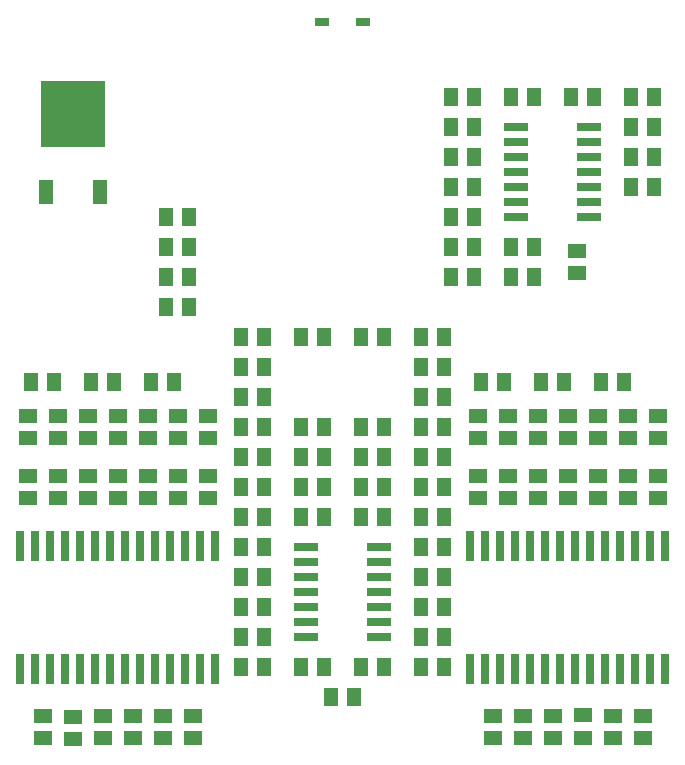
<source format=gbr>
G04 EAGLE Gerber RS-274X export*
G75*
%MOMM*%
%FSLAX34Y34*%
%LPD*%
%INSolderpaste Top*%
%IPPOS*%
%AMOC8*
5,1,8,0,0,1.08239X$1,22.5*%
G01*
%ADD10R,1.300000X1.500000*%
%ADD11R,1.500000X1.300000*%
%ADD12R,1.200000X0.750000*%
%ADD13R,1.300000X2.150000*%
%ADD14R,5.500000X5.700000*%
%ADD15R,2.032000X0.660400*%
%ADD16R,0.635000X2.540000*%


D10*
X28600Y533400D03*
X47600Y533400D03*
D11*
X50800Y435000D03*
X50800Y454000D03*
X76200Y454000D03*
X76200Y435000D03*
D10*
X98400Y533400D03*
X79400Y533400D03*
X206400Y571500D03*
X225400Y571500D03*
D11*
X101600Y435000D03*
X101600Y454000D03*
X127000Y435000D03*
X127000Y454000D03*
X177800Y504800D03*
X177800Y485800D03*
X152400Y485800D03*
X152400Y504800D03*
D10*
X257200Y469900D03*
X276200Y469900D03*
X206400Y520700D03*
X225400Y520700D03*
D11*
X76200Y485800D03*
X76200Y504800D03*
X495300Y251410D03*
X495300Y232410D03*
D10*
X377800Y520700D03*
X358800Y520700D03*
X327000Y495300D03*
X308000Y495300D03*
D11*
X406400Y454000D03*
X406400Y435000D03*
X457200Y454000D03*
X457200Y435000D03*
X431800Y504800D03*
X431800Y485800D03*
D10*
X358800Y546100D03*
X377800Y546100D03*
X479400Y533400D03*
X460400Y533400D03*
D11*
X482600Y454000D03*
X482600Y435000D03*
X508000Y435000D03*
X508000Y454000D03*
D10*
X358800Y571500D03*
X377800Y571500D03*
D11*
X558800Y485800D03*
X558800Y504800D03*
X482600Y504800D03*
X482600Y485800D03*
D10*
X530200Y533400D03*
X511200Y533400D03*
X257200Y444500D03*
X276200Y444500D03*
X206400Y444500D03*
X225400Y444500D03*
X327000Y419100D03*
X308000Y419100D03*
X377800Y393700D03*
X358800Y393700D03*
X384200Y749300D03*
X403200Y749300D03*
X327000Y292100D03*
X308000Y292100D03*
X142900Y596900D03*
X161900Y596900D03*
X327000Y571500D03*
X308000Y571500D03*
X403200Y647700D03*
X384200Y647700D03*
D11*
X165100Y231800D03*
X165100Y250800D03*
D10*
X206400Y317500D03*
X225400Y317500D03*
D11*
X63500Y250140D03*
X63500Y231140D03*
D10*
X206400Y368300D03*
X225400Y368300D03*
D12*
X275100Y838200D03*
X309100Y838200D03*
D13*
X40650Y694100D03*
D14*
X63500Y760750D03*
D13*
X86350Y694100D03*
D15*
X439166Y749300D03*
X500634Y749300D03*
X439166Y736600D03*
X439166Y723900D03*
X500634Y736600D03*
X500634Y723900D03*
X439166Y711200D03*
X500634Y711200D03*
X439166Y698500D03*
X439166Y685800D03*
X500634Y698500D03*
X500634Y685800D03*
X439166Y673100D03*
X500634Y673100D03*
X261366Y393700D03*
X322834Y393700D03*
X261366Y381000D03*
X261366Y368300D03*
X322834Y381000D03*
X322834Y368300D03*
X261366Y355600D03*
X322834Y355600D03*
X261366Y342900D03*
X261366Y330200D03*
X322834Y342900D03*
X322834Y330200D03*
X261366Y317500D03*
X322834Y317500D03*
D10*
X282600Y266700D03*
X301600Y266700D03*
X536600Y749300D03*
X555600Y749300D03*
X555600Y698500D03*
X536600Y698500D03*
X536600Y774700D03*
X555600Y774700D03*
D11*
X139700Y231800D03*
X139700Y250800D03*
D10*
X206400Y292100D03*
X225400Y292100D03*
X206400Y342900D03*
X225400Y342900D03*
D11*
X88900Y231800D03*
X88900Y250800D03*
X25400Y485800D03*
X25400Y504800D03*
D10*
X142900Y673100D03*
X161900Y673100D03*
D11*
X25400Y435000D03*
X25400Y454000D03*
X50800Y485800D03*
X50800Y504800D03*
X127000Y485800D03*
X127000Y504800D03*
X101600Y504800D03*
X101600Y485800D03*
D10*
X149200Y533400D03*
X130200Y533400D03*
X225400Y546100D03*
X206400Y546100D03*
X225400Y495300D03*
X206400Y495300D03*
X206400Y469900D03*
X225400Y469900D03*
D11*
X152400Y454000D03*
X152400Y435000D03*
X177800Y454000D03*
X177800Y435000D03*
D10*
X161900Y647700D03*
X142900Y647700D03*
D11*
X520700Y231800D03*
X520700Y250800D03*
D10*
X327000Y469900D03*
X308000Y469900D03*
X377800Y469900D03*
X358800Y469900D03*
X377800Y495300D03*
X358800Y495300D03*
D11*
X406400Y504800D03*
X406400Y485800D03*
X431800Y454000D03*
X431800Y435000D03*
D10*
X428600Y533400D03*
X409600Y533400D03*
D11*
X457200Y504800D03*
X457200Y485800D03*
X508000Y504800D03*
X508000Y485800D03*
X533400Y504800D03*
X533400Y485800D03*
D10*
X384200Y774700D03*
X403200Y774700D03*
D11*
X533400Y454000D03*
X533400Y435000D03*
X558800Y454000D03*
X558800Y435000D03*
D10*
X276200Y419100D03*
X257200Y419100D03*
X206400Y393700D03*
X225400Y393700D03*
X257200Y495300D03*
X276200Y495300D03*
X206400Y419100D03*
X225400Y419100D03*
D11*
X444500Y250800D03*
X444500Y231800D03*
D10*
X377800Y419100D03*
X358800Y419100D03*
X377800Y444500D03*
X358800Y444500D03*
X308000Y444500D03*
X327000Y444500D03*
X504800Y774700D03*
X485800Y774700D03*
X358800Y368300D03*
X377800Y368300D03*
D11*
X419100Y231800D03*
X419100Y250800D03*
D10*
X257200Y292100D03*
X276200Y292100D03*
X358800Y292100D03*
X377800Y292100D03*
X276200Y571500D03*
X257200Y571500D03*
X555600Y723900D03*
X536600Y723900D03*
X403200Y698500D03*
X384200Y698500D03*
X384200Y673100D03*
X403200Y673100D03*
X384200Y622300D03*
X403200Y622300D03*
X454000Y622300D03*
X435000Y622300D03*
D16*
X19050Y290830D03*
X31750Y290830D03*
X44450Y290830D03*
X57150Y290830D03*
X69850Y290830D03*
X82550Y290830D03*
X95250Y290830D03*
X107950Y290830D03*
X120650Y290830D03*
X133350Y290830D03*
X146050Y290830D03*
X158750Y290830D03*
X171450Y290830D03*
X184150Y290830D03*
X184150Y394970D03*
X171450Y394970D03*
X158750Y394970D03*
X146050Y394970D03*
X133350Y394970D03*
X120650Y394970D03*
X107950Y394970D03*
X95250Y394970D03*
X82550Y394970D03*
X69850Y394970D03*
X57150Y394970D03*
X44450Y394970D03*
X31750Y394970D03*
X19050Y394970D03*
X400050Y290830D03*
X412750Y290830D03*
X425450Y290830D03*
X438150Y290830D03*
X450850Y290830D03*
X463550Y290830D03*
X476250Y290830D03*
X488950Y290830D03*
X501650Y290830D03*
X514350Y290830D03*
X527050Y290830D03*
X539750Y290830D03*
X552450Y290830D03*
X565150Y290830D03*
X565150Y394970D03*
X552450Y394970D03*
X539750Y394970D03*
X527050Y394970D03*
X514350Y394970D03*
X501650Y394970D03*
X488950Y394970D03*
X476250Y394970D03*
X463550Y394970D03*
X450850Y394970D03*
X438150Y394970D03*
X425450Y394970D03*
X412750Y394970D03*
X400050Y394970D03*
D11*
X469900Y231800D03*
X469900Y250800D03*
X38100Y231800D03*
X38100Y250800D03*
D10*
X435000Y647700D03*
X454000Y647700D03*
D11*
X490220Y625500D03*
X490220Y644500D03*
X114300Y250800D03*
X114300Y231800D03*
X546100Y231800D03*
X546100Y250800D03*
D10*
X377800Y317500D03*
X358800Y317500D03*
X358800Y342900D03*
X377800Y342900D03*
X384200Y723900D03*
X403200Y723900D03*
X142900Y622300D03*
X161900Y622300D03*
X454000Y774700D03*
X435000Y774700D03*
M02*

</source>
